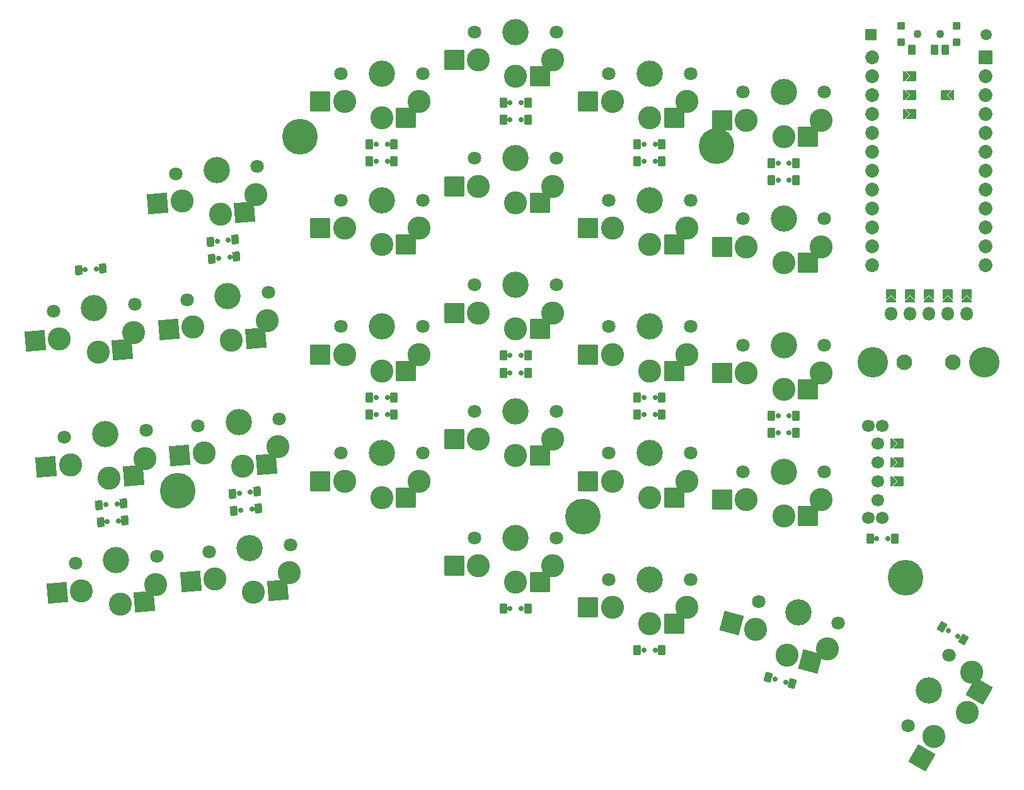
<source format=gbs>
%TF.GenerationSoftware,KiCad,Pcbnew,7.0.10-7.0.10~ubuntu22.04.1*%
%TF.CreationDate,2024-02-09T13:23:23+01:00*%
%TF.ProjectId,keyboard,6b657962-6f61-4726-942e-6b696361645f,v1.0.0*%
%TF.SameCoordinates,Original*%
%TF.FileFunction,Soldermask,Bot*%
%TF.FilePolarity,Negative*%
%FSLAX46Y46*%
G04 Gerber Fmt 4.6, Leading zero omitted, Abs format (unit mm)*
G04 Created by KiCad (PCBNEW 7.0.10-7.0.10~ubuntu22.04.1) date 2024-02-09 13:23:23*
%MOMM*%
%LPD*%
G01*
G04 APERTURE LIST*
G04 Aperture macros list*
%AMRoundRect*
0 Rectangle with rounded corners*
0 $1 Rounding radius*
0 $2 $3 $4 $5 $6 $7 $8 $9 X,Y pos of 4 corners*
0 Add a 4 corners polygon primitive as box body*
4,1,4,$2,$3,$4,$5,$6,$7,$8,$9,$2,$3,0*
0 Add four circle primitives for the rounded corners*
1,1,$1+$1,$2,$3*
1,1,$1+$1,$4,$5*
1,1,$1+$1,$6,$7*
1,1,$1+$1,$8,$9*
0 Add four rect primitives between the rounded corners*
20,1,$1+$1,$2,$3,$4,$5,0*
20,1,$1+$1,$4,$5,$6,$7,0*
20,1,$1+$1,$6,$7,$8,$9,0*
20,1,$1+$1,$8,$9,$2,$3,0*%
%AMFreePoly0*
4,1,14,0.635355,0.435355,0.650000,0.400000,0.650000,0.200000,0.635355,0.164645,0.035355,-0.435355,0.000000,-0.450000,-0.035355,-0.435355,-0.635355,0.164645,-0.650000,0.200000,-0.650000,0.400000,-0.635355,0.435355,-0.600000,0.450000,0.600000,0.450000,0.635355,0.435355,0.635355,0.435355,$1*%
%AMFreePoly1*
4,1,16,0.635355,1.035355,0.650000,1.000000,0.650000,-0.250000,0.635355,-0.285355,0.600000,-0.300000,-0.600000,-0.300000,-0.635355,-0.285355,-0.650000,-0.250000,-0.650000,1.000000,-0.635355,1.035355,-0.600000,1.050000,-0.564645,1.035355,0.000000,0.470710,0.564645,1.035355,0.600000,1.050000,0.635355,1.035355,0.635355,1.035355,$1*%
G04 Aperture macros list end*
%ADD10RoundRect,0.050000X-0.450000X-0.450000X0.450000X-0.450000X0.450000X0.450000X-0.450000X0.450000X0*%
%ADD11C,1.100000*%
%ADD12RoundRect,0.050000X-0.450000X-0.625000X0.450000X-0.625000X0.450000X0.625000X-0.450000X0.625000X0*%
%ADD13C,1.801800*%
%ADD14C,3.100000*%
%ADD15C,3.529000*%
%ADD16RoundRect,0.050000X1.300000X1.300000X-1.300000X1.300000X-1.300000X-1.300000X1.300000X-1.300000X0*%
%ADD17RoundRect,0.050000X-0.450000X-0.600000X0.450000X-0.600000X0.450000X0.600000X-0.450000X0.600000X0*%
%ADD18C,0.700000*%
%ADD19RoundRect,0.050000X-0.876300X0.876300X-0.876300X-0.876300X0.876300X-0.876300X0.876300X0.876300X0*%
%ADD20C,1.852600*%
%ADD21RoundRect,0.050000X1.181751X1.408356X-1.408356X1.181751X-1.181751X-1.408356X1.408356X-1.181751X0*%
%ADD22C,4.800000*%
%ADD23C,4.100000*%
%ADD24FreePoly0,180.000000*%
%ADD25FreePoly1,180.000000*%
%ADD26FreePoly0,90.000000*%
%ADD27FreePoly1,90.000000*%
%ADD28FreePoly0,270.000000*%
%ADD29FreePoly1,270.000000*%
%ADD30RoundRect,0.050000X-0.395994X-0.636937X0.500581X-0.558497X0.395994X0.636937X-0.500581X0.558497X0*%
%ADD31RoundRect,0.050000X-0.700000X0.700000X-0.700000X-0.700000X0.700000X-0.700000X0.700000X0.700000X0*%
%ADD32C,1.500000*%
%ADD33O,1.800000X1.800000*%
%ADD34RoundRect,0.050000X-0.589958X-0.463087X0.279375X-0.696024X0.589958X0.463087X-0.279375X0.696024X0*%
%ADD35RoundRect,0.050000X-0.475833X1.775833X-1.775833X-0.475833X0.475833X-1.775833X1.775833X0.475833X0*%
%ADD36C,2.100000*%
%ADD37C,1.700000*%
%ADD38RoundRect,0.050000X1.592168X0.919239X-0.919239X1.592168X-1.592168X-0.919239X0.919239X-1.592168X0*%
%ADD39RoundRect,0.050000X-0.689711X-0.294615X0.089711X-0.744615X0.689711X0.294615X-0.089711X0.744615X0*%
G04 APERTURE END LIST*
D10*
%TO.C,T1*%
X160405700Y-53674001D03*
X160405700Y-55874001D03*
D11*
X162605700Y-54774001D03*
X165605700Y-54774001D03*
D10*
X167805700Y-53674001D03*
X167805700Y-55874001D03*
D12*
X161855700Y-56849001D03*
X164855700Y-56849001D03*
X166355700Y-56849001D03*
%TD*%
D13*
%TO.C,S20*%
X132105692Y-77074008D03*
D14*
X131605692Y-80824008D03*
X126605692Y-83024008D03*
X126605692Y-83024008D03*
D15*
X126605692Y-77074008D03*
D14*
X121605692Y-80824008D03*
D13*
X121105692Y-77074008D03*
D16*
X129880692Y-83024008D03*
X118330692Y-80824008D03*
%TD*%
D17*
%TO.C,D20*%
X88955699Y-71874007D03*
D18*
X89855699Y-71874007D03*
X91355699Y-71874007D03*
D17*
X92255699Y-71874007D03*
%TD*%
%TO.C,D26*%
X142955696Y-74374007D03*
D18*
X143855696Y-74374007D03*
X145355696Y-74374007D03*
D17*
X146255696Y-74374007D03*
%TD*%
D19*
%TO.C,MCU1*%
X171725688Y-57904005D03*
D20*
X156485688Y-57904005D03*
X156485688Y-60444005D03*
X156485688Y-62984005D03*
X156485688Y-65524005D03*
X156485688Y-68064005D03*
X156485688Y-70604005D03*
X156485688Y-73144005D03*
X156485688Y-75684005D03*
X156485688Y-78224005D03*
X156485688Y-80764005D03*
X156485688Y-83304005D03*
X156485688Y-85844005D03*
X171725688Y-57904005D03*
X171725688Y-60444005D03*
X171725688Y-62984005D03*
X171725688Y-65524005D03*
X171725688Y-68064005D03*
X171725688Y-70604005D03*
X171725688Y-73144005D03*
X171725688Y-75684005D03*
X171725688Y-78224005D03*
X171725688Y-80764005D03*
X171725688Y-83304005D03*
X171725688Y-85844005D03*
%TD*%
D13*
%TO.C,S22*%
X150105694Y-113574005D03*
D14*
X149605694Y-117324005D03*
X144605694Y-119524005D03*
X144605694Y-119524005D03*
D15*
X144605694Y-113574005D03*
D14*
X139605694Y-117324005D03*
D13*
X139105694Y-113574005D03*
D16*
X147880694Y-119524005D03*
X136330694Y-117324005D03*
%TD*%
D13*
%TO.C,S1*%
X60415238Y-124943808D03*
D14*
X60243975Y-128723116D03*
X55454744Y-131350523D03*
X55454744Y-131350523D03*
D15*
X54936167Y-125423165D03*
D14*
X50282028Y-129594674D03*
D13*
X49457096Y-125902522D03*
D21*
X58717281Y-131065088D03*
X47019490Y-129880109D03*
%TD*%
D13*
%TO.C,S9*%
X96105691Y-94074003D03*
D14*
X95605691Y-97824003D03*
X90605691Y-100024003D03*
X90605691Y-100024003D03*
D15*
X90605691Y-94074003D03*
D14*
X85605691Y-97824003D03*
D13*
X85105691Y-94074003D03*
D16*
X93880691Y-100024003D03*
X82330691Y-97824003D03*
%TD*%
D22*
%TO.C,_7*%
X117605698Y-119574006D03*
%TD*%
D17*
%TO.C,D19*%
X88955691Y-105874011D03*
D18*
X89855691Y-105874011D03*
X91355691Y-105874011D03*
D17*
X92255691Y-105874011D03*
%TD*%
%TO.C,D9*%
X124955694Y-137573999D03*
D18*
X125855694Y-137573999D03*
X127355694Y-137573999D03*
D17*
X128255694Y-137573999D03*
%TD*%
D22*
%TO.C,_6*%
X63161113Y-116171110D03*
%TD*%
D13*
%TO.C,S23*%
X150105690Y-96574001D03*
D14*
X149605690Y-100324001D03*
X144605690Y-102524001D03*
X144605690Y-102524001D03*
D15*
X144605690Y-96574001D03*
D14*
X139605690Y-100324001D03*
D13*
X139105690Y-96574001D03*
D16*
X147880690Y-102524001D03*
X136330690Y-100324001D03*
%TD*%
D23*
%TO.C,_3*%
X171605691Y-98873997D03*
%TD*%
D24*
%TO.C,J16*%
X161565699Y-90382000D03*
D25*
X161565699Y-89366000D03*
%TD*%
D13*
%TO.C,S2*%
X58933599Y-108008497D03*
D14*
X58762336Y-111787805D03*
X53973105Y-114415212D03*
X53973105Y-114415212D03*
D15*
X53454528Y-108487854D03*
D14*
X48800389Y-112659363D03*
D13*
X47975457Y-108967211D03*
D21*
X57235642Y-114129777D03*
X45537851Y-112944798D03*
%TD*%
D22*
%TO.C,_4*%
X79605694Y-68574003D03*
%TD*%
D17*
%TO.C,D22*%
X106955699Y-66264004D03*
D18*
X107855699Y-66264004D03*
X109355699Y-66264004D03*
D17*
X110255699Y-66264004D03*
%TD*%
D13*
%TO.C,S12*%
X114105694Y-122464005D03*
D14*
X113605694Y-126214005D03*
X108605694Y-128414005D03*
X108605694Y-128414005D03*
D15*
X108605694Y-122464005D03*
D14*
X103605694Y-126214005D03*
D13*
X103105694Y-122464005D03*
D16*
X111880694Y-128414005D03*
X100330694Y-126214005D03*
%TD*%
D13*
%TO.C,S24*%
X150105702Y-79574002D03*
D14*
X149605702Y-83324002D03*
X144605702Y-85524002D03*
X144605702Y-85524002D03*
D15*
X144605702Y-79574002D03*
D14*
X139605702Y-83324002D03*
D13*
X139105702Y-79574002D03*
D16*
X147880702Y-85524002D03*
X136330702Y-83324002D03*
%TD*%
D17*
%TO.C,D4*%
X88955699Y-103574005D03*
D18*
X89855699Y-103574005D03*
X91355699Y-103574005D03*
D17*
X92255699Y-103574005D03*
%TD*%
D22*
%TO.C,_8*%
X160984199Y-127797132D03*
%TD*%
D26*
%TO.C,J7*%
X161097692Y-60424001D03*
D27*
X162113692Y-60424001D03*
%TD*%
D26*
%TO.C,J2*%
X159347698Y-112304005D03*
D27*
X160363698Y-112304005D03*
%TD*%
D28*
%TO.C,J10*%
X167113695Y-62974005D03*
D29*
X166097695Y-62974005D03*
%TD*%
D17*
%TO.C,D8*%
X106955694Y-63964002D03*
D18*
X107855694Y-63964002D03*
X109355694Y-63964002D03*
D17*
X110255694Y-63964002D03*
%TD*%
D30*
%TO.C,D1*%
X52638789Y-118095508D03*
D18*
X53535364Y-118017068D03*
X55029656Y-117886334D03*
D30*
X55926231Y-117807894D03*
%TD*%
D13*
%TO.C,S3*%
X57451946Y-91073186D03*
D14*
X57280683Y-94852494D03*
X52491452Y-97479901D03*
X52491452Y-97479901D03*
D15*
X51972875Y-91552543D03*
D14*
X47318736Y-95724052D03*
D13*
X46493804Y-92031900D03*
D21*
X55753989Y-97194466D03*
X44056198Y-96009487D03*
%TD*%
D23*
%TO.C,_2*%
X156605701Y-98874007D03*
%TD*%
D13*
%TO.C,S10*%
X96105696Y-77074001D03*
D14*
X95605696Y-80824001D03*
X90605696Y-83024001D03*
X90605696Y-83024001D03*
D15*
X90605696Y-77074001D03*
D14*
X85605696Y-80824001D03*
D13*
X85105696Y-77074001D03*
D16*
X93880696Y-83024001D03*
X82330696Y-80824001D03*
%TD*%
D31*
%TO.C,*%
X156355698Y-54874006D03*
D32*
X171855698Y-54874006D03*
%TD*%
D13*
%TO.C,S6*%
X75383454Y-89504382D03*
D14*
X75212191Y-93283690D03*
X70422960Y-95911097D03*
X70422960Y-95911097D03*
D15*
X69904383Y-89983739D03*
D14*
X65250244Y-94155248D03*
D13*
X64425312Y-90463096D03*
D21*
X73685497Y-95625662D03*
X61987706Y-94440683D03*
%TD*%
D17*
%TO.C,D25*%
X142955694Y-108374009D03*
D18*
X143855694Y-108374009D03*
X145355694Y-108374009D03*
D17*
X146255694Y-108374009D03*
%TD*%
D24*
%TO.C,J15*%
X159025697Y-90382007D03*
D25*
X159025697Y-89366007D03*
%TD*%
D17*
%TO.C,D24*%
X124955695Y-71874001D03*
D18*
X125855695Y-71874001D03*
X127355695Y-71874001D03*
D17*
X128255695Y-71874001D03*
%TD*%
D13*
%TO.C,S16*%
X114105697Y-54464005D03*
D14*
X113605697Y-58214005D03*
X108605697Y-60414005D03*
X108605697Y-60414005D03*
D15*
X108605697Y-54464005D03*
D14*
X103605697Y-58214005D03*
D13*
X103105697Y-54464005D03*
D16*
X111880697Y-60414005D03*
X100330697Y-58214005D03*
%TD*%
D33*
%TO.C,Nice!View1*%
X166645699Y-92374001D03*
X169185699Y-92374001D03*
X164105699Y-92374001D03*
X161565699Y-92374001D03*
X159025699Y-92374001D03*
%TD*%
D17*
%TO.C,D10*%
X124955698Y-103574004D03*
D18*
X125855698Y-103574004D03*
X127355698Y-103574004D03*
D17*
X128255698Y-103574004D03*
%TD*%
%TO.C,D28*%
X156205696Y-122574004D03*
D18*
X157105696Y-122574004D03*
X158605696Y-122574004D03*
D17*
X159505696Y-122574004D03*
%TD*%
D13*
%TO.C,S5*%
X76865099Y-106439688D03*
D14*
X76693836Y-110218996D03*
X71904605Y-112846403D03*
X71904605Y-112846403D03*
D15*
X71386028Y-106919045D03*
D14*
X66731889Y-111090554D03*
D13*
X65906957Y-107398402D03*
D21*
X75167142Y-112560968D03*
X63469351Y-111375989D03*
%TD*%
D13*
%TO.C,S8*%
X96105702Y-111074006D03*
D14*
X95605702Y-114824006D03*
X90605702Y-117024006D03*
X90605702Y-117024006D03*
D15*
X90605702Y-111074006D03*
D14*
X85605702Y-114824006D03*
D13*
X85105702Y-111074006D03*
D16*
X93880702Y-117024006D03*
X82330702Y-114824006D03*
%TD*%
D26*
%TO.C,J8*%
X161097698Y-62974001D03*
D27*
X162113698Y-62974001D03*
%TD*%
D17*
%TO.C,D6*%
X106955698Y-131963998D03*
D18*
X107855698Y-131963998D03*
X109355698Y-131963998D03*
D17*
X110255698Y-131963998D03*
%TD*%
D34*
%TO.C,D14*%
X142553138Y-141213247D03*
D18*
X143422472Y-141446184D03*
X144871360Y-141834412D03*
D34*
X145740694Y-142067349D03*
%TD*%
D13*
%TO.C,S27*%
X166840443Y-138189733D03*
D14*
X169838038Y-140497746D03*
X169243294Y-145927873D03*
X169243294Y-145927873D03*
D15*
X164090443Y-142952873D03*
D14*
X164838038Y-149158000D03*
D13*
X161340443Y-147716013D03*
D35*
X170880794Y-143091640D03*
X163200538Y-151994233D03*
%TD*%
D17*
%TO.C,D23*%
X124955695Y-105874000D03*
D18*
X125855695Y-105874000D03*
X127355695Y-105874000D03*
D17*
X128255695Y-105874000D03*
%TD*%
%TO.C,D12*%
X142955701Y-106074002D03*
D18*
X143855701Y-106074002D03*
X145355701Y-106074002D03*
D17*
X146255701Y-106074002D03*
%TD*%
D13*
%TO.C,S19*%
X132105699Y-94074005D03*
D14*
X131605699Y-97824005D03*
X126605699Y-100024005D03*
X126605699Y-100024005D03*
D15*
X126605699Y-94074005D03*
D14*
X121605699Y-97824005D03*
D13*
X121105699Y-94074005D03*
D16*
X129880699Y-100024005D03*
X118330699Y-97824005D03*
%TD*%
D13*
%TO.C,S14*%
X114105694Y-88464004D03*
D14*
X113605694Y-92214004D03*
X108605694Y-94414004D03*
X108605694Y-94414004D03*
D15*
X108605694Y-88464004D03*
D14*
X103605694Y-92214004D03*
D13*
X103105694Y-88464004D03*
D16*
X111880694Y-94414004D03*
X100330694Y-92214004D03*
%TD*%
D13*
%TO.C,S13*%
X114105698Y-105464004D03*
D14*
X113605698Y-109214004D03*
X108605698Y-111414004D03*
X108605698Y-111414004D03*
D15*
X108605698Y-105464004D03*
D14*
X103605698Y-109214004D03*
D13*
X103105698Y-105464004D03*
D16*
X111880698Y-111414004D03*
X100330698Y-109214004D03*
%TD*%
D13*
%TO.C,S18*%
X132105698Y-111074008D03*
D14*
X131605698Y-114824008D03*
X126605698Y-117024008D03*
X126605698Y-117024008D03*
D15*
X126605698Y-111074008D03*
D14*
X121605698Y-114824008D03*
D13*
X121105698Y-111074008D03*
D16*
X129880698Y-117024008D03*
X118330698Y-114824008D03*
%TD*%
D36*
%TO.C,_1*%
X160855690Y-98874000D03*
X167355690Y-98874000D03*
%TD*%
D30*
%TO.C,D16*%
X49875945Y-86516140D03*
D18*
X50772520Y-86437700D03*
X52266812Y-86306966D03*
D30*
X53163387Y-86228526D03*
%TD*%
%TO.C,D17*%
X70770747Y-118817960D03*
D18*
X71667322Y-118739520D03*
X73161614Y-118608786D03*
D30*
X74058189Y-118530346D03*
%TD*%
D17*
%TO.C,D13*%
X142955702Y-72074001D03*
D18*
X143855702Y-72074001D03*
X145355702Y-72074001D03*
D17*
X146255702Y-72074001D03*
%TD*%
D37*
%TO.C,REF\u002A\u002A*%
X157230689Y-109764005D03*
X157230689Y-112304005D03*
X157230689Y-114844005D03*
X157230689Y-117384005D03*
X156005689Y-107374005D03*
X156005689Y-119774005D03*
X157855689Y-107374005D03*
X157855689Y-119774005D03*
%TD*%
D13*
%TO.C,S15*%
X114105698Y-71464005D03*
D14*
X113605698Y-75214005D03*
X108605698Y-77414005D03*
X108605698Y-77414005D03*
D15*
X108605698Y-71464005D03*
D14*
X103605698Y-75214005D03*
D13*
X103105698Y-71464005D03*
D16*
X111880698Y-77414005D03*
X100330698Y-75214005D03*
%TD*%
D13*
%TO.C,S21*%
X132105690Y-60074001D03*
D14*
X131605690Y-63824001D03*
X126605690Y-66024001D03*
X126605690Y-66024001D03*
D15*
X126605690Y-60074001D03*
D14*
X121605690Y-63824001D03*
D13*
X121105690Y-60074001D03*
D16*
X129880690Y-66024001D03*
X118330690Y-63824001D03*
%TD*%
D24*
%TO.C,J17*%
X164105695Y-90382002D03*
D25*
X164105695Y-89366002D03*
%TD*%
D30*
%TO.C,D15*%
X52839240Y-120386761D03*
D18*
X53735815Y-120308321D03*
X55230107Y-120177587D03*
D30*
X56126682Y-120099147D03*
%TD*%
D13*
%TO.C,S11*%
X96105698Y-60074002D03*
D14*
X95605698Y-63824002D03*
X90605698Y-66024002D03*
X90605698Y-66024002D03*
D15*
X90605698Y-60074002D03*
D14*
X85605698Y-63824002D03*
D13*
X85105698Y-60074002D03*
D16*
X93880698Y-66024002D03*
X82330698Y-63824002D03*
%TD*%
D30*
%TO.C,D2*%
X70570285Y-116526704D03*
D18*
X71466860Y-116448264D03*
X72961152Y-116317530D03*
D30*
X73857727Y-116239090D03*
%TD*%
D13*
%TO.C,S26*%
X151918293Y-133887513D03*
D14*
X150464759Y-137380325D03*
X145065728Y-138211267D03*
X145065728Y-138211267D03*
D15*
X146605701Y-132464008D03*
D14*
X140805500Y-134792135D03*
D13*
X141293109Y-131040503D03*
D38*
X148229135Y-139058899D03*
X137642093Y-133944502D03*
%TD*%
D30*
%TO.C,D3*%
X67606995Y-82656078D03*
D18*
X68503570Y-82577638D03*
X69997862Y-82446904D03*
D30*
X70894437Y-82368464D03*
%TD*%
D13*
%TO.C,S7*%
X73901813Y-72569071D03*
D14*
X73730550Y-76348379D03*
X68941319Y-78975786D03*
X68941319Y-78975786D03*
D15*
X68422742Y-73048428D03*
D14*
X63768603Y-77219937D03*
D13*
X62943671Y-73527785D03*
D21*
X72203856Y-78690351D03*
X60506065Y-77505372D03*
%TD*%
D39*
%TO.C,D27*%
X165932968Y-134461509D03*
D18*
X166712391Y-134911509D03*
X168011429Y-135661509D03*
D39*
X168790852Y-136111509D03*
%TD*%
D13*
%TO.C,S25*%
X150105694Y-62574002D03*
D14*
X149605694Y-66324002D03*
X144605694Y-68524002D03*
X144605694Y-68524002D03*
D15*
X144605694Y-62574002D03*
D14*
X139605694Y-66324002D03*
D13*
X139105694Y-62574002D03*
D16*
X147880694Y-68524002D03*
X136330694Y-66324002D03*
%TD*%
D17*
%TO.C,D21*%
X106955700Y-100264000D03*
D18*
X107855700Y-100264000D03*
X109355700Y-100264000D03*
D17*
X110255700Y-100264000D03*
%TD*%
D13*
%TO.C,S4*%
X78346756Y-123375000D03*
D14*
X78175493Y-127154308D03*
X73386262Y-129781715D03*
X73386262Y-129781715D03*
D15*
X72867685Y-123854357D03*
D14*
X68213546Y-128025866D03*
D13*
X67388614Y-124333714D03*
D21*
X76648799Y-129496280D03*
X64951008Y-128311301D03*
%TD*%
D13*
%TO.C,S17*%
X132105699Y-128073999D03*
D14*
X131605699Y-131823999D03*
X126605699Y-134023999D03*
X126605699Y-134023999D03*
D15*
X126605699Y-128073999D03*
D14*
X121605699Y-131823999D03*
D13*
X121105699Y-128073999D03*
D16*
X129880699Y-134023999D03*
X118330699Y-131823999D03*
%TD*%
D26*
%TO.C,J9*%
X161097688Y-65523999D03*
D27*
X162113688Y-65523999D03*
%TD*%
D22*
%TO.C,_5*%
X135605700Y-69823998D03*
%TD*%
D17*
%TO.C,D11*%
X124955699Y-69574006D03*
D18*
X125855699Y-69574006D03*
X127355699Y-69574006D03*
D17*
X128255699Y-69574006D03*
%TD*%
D26*
%TO.C,J3*%
X159347696Y-114844003D03*
D27*
X160363696Y-114844003D03*
%TD*%
D24*
%TO.C,J19*%
X169185693Y-90382002D03*
D25*
X169185693Y-89366002D03*
%TD*%
D17*
%TO.C,D5*%
X88955704Y-69574007D03*
D18*
X89855704Y-69574007D03*
X91355704Y-69574007D03*
D17*
X92255704Y-69574007D03*
%TD*%
D26*
%TO.C,J1*%
X159347701Y-109764009D03*
D27*
X160363701Y-109764009D03*
%TD*%
D17*
%TO.C,D7*%
X106955698Y-97964002D03*
D18*
X107855698Y-97964002D03*
X109355698Y-97964002D03*
D17*
X110255698Y-97964002D03*
%TD*%
D30*
%TO.C,D18*%
X67807446Y-84947330D03*
D18*
X68704021Y-84868890D03*
X70198313Y-84738156D03*
D30*
X71094888Y-84659716D03*
%TD*%
D24*
%TO.C,J18*%
X166645694Y-90382002D03*
D25*
X166645694Y-89366002D03*
%TD*%
M02*

</source>
